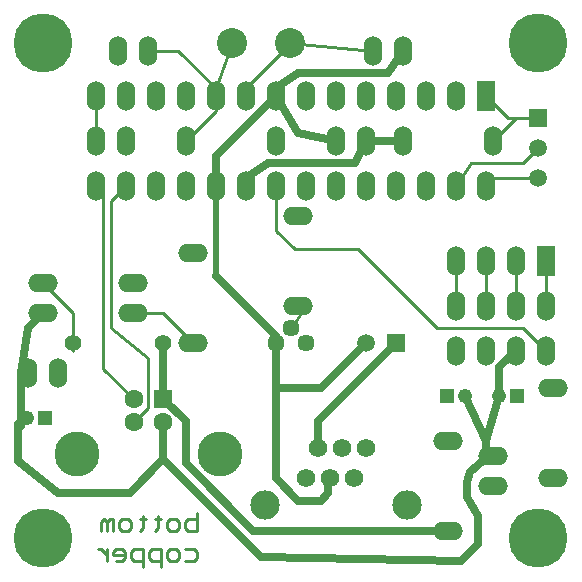
<source format=gbl>
%FSLAX23Y23*%
%MOIN*%
G70*
G01*
G75*
G04 Layer_Physical_Order=2*
G04 Layer_Color=16711680*
%ADD10C,0.025*%
%ADD11C,0.010*%
%ADD12C,0.020*%
%ADD13C,0.006*%
%ADD14C,0.055*%
%ADD15O,0.100X0.060*%
%ADD16O,0.060X0.100*%
%ADD17R,0.060X0.100*%
%ADD18C,0.055*%
%ADD19R,0.049X0.049*%
%ADD20C,0.049*%
%ADD21C,0.150*%
%ADD22R,0.063X0.063*%
%ADD23C,0.063*%
%ADD24C,0.059*%
%ADD25R,0.059X0.059*%
%ADD26C,0.197*%
%ADD27C,0.197*%
%ADD28C,0.098*%
%ADD29C,0.062*%
%ADD30C,0.057*%
%ADD31C,0.100*%
D10*
X2050Y3500D02*
Y3675D01*
X2525Y3388D02*
Y3400D01*
Y3388D02*
X2850Y3062D01*
X2412Y3275D02*
X2525Y3388D01*
X2175Y3275D02*
X2412D01*
X3537Y3263D02*
X3575Y3200D01*
X3518Y3050D02*
X3575Y3107D01*
X3537Y3312D02*
X3547Y3347D01*
X3537Y3263D02*
Y3312D01*
X3575Y3107D02*
Y3200D01*
X2975Y4475D02*
X3100Y4450D01*
X2875Y4375D02*
X3162D01*
X2800Y4325D02*
X2875Y4375D01*
X2800Y4300D02*
Y4325D01*
X3600Y3450D02*
X3645Y3600D01*
X3530D02*
X3600Y3450D01*
Y3400D02*
Y3450D01*
X3547Y3347D02*
X3600Y3393D01*
X2850Y3062D02*
X3518Y3050D01*
X2524Y3511D02*
X2525Y3400D01*
X3275Y4675D02*
X3325Y4750D01*
X2975Y4675D02*
X3275D01*
X2700Y4300D02*
Y4400D01*
Y4000D02*
X2900Y3800D01*
Y3325D02*
X2975Y3250D01*
X3200Y4450D02*
X3325D01*
X3162Y4375D02*
X3200Y4450D01*
X2524Y3589D02*
X2525Y3750D01*
X2825Y3150D02*
X3475D01*
X2600Y3375D02*
X2825Y3150D01*
X2600Y3375D02*
Y3514D01*
X2524Y3589D02*
X2600Y3514D01*
X2700Y4400D02*
X2900Y4600D01*
Y4625D02*
X2975Y4675D01*
X2900Y4600D02*
X2975Y4475D01*
X2041Y3383D02*
X2175Y3275D01*
X2041Y3383D02*
Y3504D01*
X2050Y3500D01*
Y3675D02*
X2075Y3825D01*
X2125Y3875D01*
X3645Y3600D02*
Y3695D01*
X3700Y3750D01*
X3050Y3625D02*
X3200Y3775D01*
X2975Y3250D02*
X3050D01*
X3075Y3275D01*
X2900Y3625D02*
X3050D01*
X3075Y3275D02*
Y3325D01*
X2900D02*
Y3775D01*
X3040Y3425D02*
Y3515D01*
X3300Y3775D01*
D11*
X3725Y4375D02*
X3775Y4425D01*
X3550Y4375D02*
X3725D01*
X2900Y4150D02*
Y4325D01*
X2963Y4088D02*
X3175D01*
X3438Y3825D02*
X3725D01*
X3175Y4088D02*
X3438Y3825D01*
X2900Y4150D02*
X2963Y4088D01*
X2300Y4450D02*
Y4600D01*
X3800Y3900D02*
Y4050D01*
X3700Y3900D02*
Y4050D01*
X3600Y3900D02*
Y4050D01*
X3500Y3900D02*
Y4050D01*
X3725Y3825D02*
X3800Y3750D01*
X2225Y3775D02*
Y3875D01*
X2946Y4775D02*
X3225Y4750D01*
X2800Y4625D02*
X2850Y4675D01*
X2950Y4775D01*
X2225Y3750D02*
Y3775D01*
X2125Y3975D02*
X2225Y3875D01*
X2475Y4750D02*
X2575D01*
X2700Y4625D01*
X2754Y4775D01*
X2700Y4550D02*
Y4600D01*
X2600Y4450D02*
X2700Y4550D01*
X2325Y3690D02*
X2426Y3589D01*
X2325Y3690D02*
Y4275D01*
X2300Y4300D02*
X2325Y4275D01*
X2426Y3511D02*
X2473Y3558D01*
X2475Y3725D01*
X2350Y3825D02*
X2475Y3725D01*
X2350Y3825D02*
Y4250D01*
X2400Y4300D01*
X3600Y4600D02*
X3675Y4525D01*
X3500Y4300D02*
X3550Y4375D01*
X3625Y4325D02*
X3775D01*
X3600Y4300D02*
X3625Y4325D01*
X2950Y3825D02*
X3000Y3900D01*
X3625Y4450D02*
X3700Y4525D01*
X3675D02*
X3700D01*
X3775D01*
X2525Y3875D02*
X2625Y3775D01*
X2425Y3875D02*
X2525D01*
X2598Y3090D02*
X2628D01*
X2638Y3080D01*
Y3060D01*
X2628Y3050D01*
X2598D01*
X2568D02*
X2548D01*
X2538Y3060D01*
Y3080D01*
X2548Y3090D01*
X2568D01*
X2578Y3080D01*
Y3060D01*
X2568Y3050D01*
X2518Y3030D02*
Y3090D01*
X2488D01*
X2478Y3080D01*
Y3060D01*
X2488Y3050D01*
X2518D01*
X2458Y3030D02*
Y3090D01*
X2428D01*
X2418Y3080D01*
Y3060D01*
X2428Y3050D01*
X2458D01*
X2368D02*
X2388D01*
X2398Y3060D01*
Y3080D01*
X2388Y3090D01*
X2368D01*
X2358Y3080D01*
Y3070D01*
X2398D01*
X2338Y3090D02*
Y3050D01*
Y3070D01*
X2328Y3080D01*
X2318Y3090D01*
X2308D01*
X2638Y3210D02*
Y3150D01*
X2608D01*
X2598Y3160D01*
Y3170D01*
Y3180D01*
X2608Y3190D01*
X2638D01*
X2568Y3150D02*
X2548D01*
X2538Y3160D01*
Y3180D01*
X2548Y3190D01*
X2568D01*
X2578Y3180D01*
Y3160D01*
X2568Y3150D01*
X2508Y3200D02*
Y3190D01*
X2518D01*
X2498D01*
X2508D01*
Y3160D01*
X2498Y3150D01*
X2458Y3200D02*
Y3190D01*
X2468D01*
X2448D01*
X2458D01*
Y3160D01*
X2448Y3150D01*
X2408D02*
X2388D01*
X2378Y3160D01*
Y3180D01*
X2388Y3190D01*
X2408D01*
X2418Y3180D01*
Y3160D01*
X2408Y3150D01*
X2358D02*
Y3190D01*
X2348D01*
X2338Y3180D01*
Y3150D01*
Y3180D01*
X2328Y3190D01*
X2318Y3180D01*
Y3150D01*
D12*
X2700Y4000D02*
Y4325D01*
D15*
X3625Y3400D02*
D03*
Y3300D02*
D03*
X3825Y3325D02*
D03*
Y3625D02*
D03*
X3475Y3150D02*
D03*
Y3450D02*
D03*
X2625Y3775D02*
D03*
Y4075D02*
D03*
X2975Y3900D02*
D03*
Y4200D02*
D03*
X2425Y3875D02*
D03*
Y3975D02*
D03*
X2125D02*
D03*
Y3875D02*
D03*
D16*
X2175Y3675D02*
D03*
X2075D02*
D03*
X3625Y4450D02*
D03*
X3325D02*
D03*
X2900D02*
D03*
X2600D02*
D03*
X3100D02*
D03*
X3200D02*
D03*
X2300D02*
D03*
X2400D02*
D03*
X3225Y4750D02*
D03*
X3325D02*
D03*
X2375D02*
D03*
X2475D02*
D03*
X3700Y3900D02*
D03*
X3800D02*
D03*
X3500D02*
D03*
X3600D02*
D03*
X3700Y4050D02*
D03*
X3600D02*
D03*
X3500D02*
D03*
X3800Y3750D02*
D03*
X3700D02*
D03*
X3600D02*
D03*
X3500D02*
D03*
X2300Y4300D02*
D03*
X2400D02*
D03*
X2500D02*
D03*
X2600D02*
D03*
X2700D02*
D03*
X2800D02*
D03*
X2900D02*
D03*
X3000D02*
D03*
X3100D02*
D03*
X3200D02*
D03*
X3300D02*
D03*
X3400D02*
D03*
X3500D02*
D03*
X3600D02*
D03*
X2300Y4600D02*
D03*
X2400D02*
D03*
X2500D02*
D03*
X2600D02*
D03*
X2700D02*
D03*
X2800D02*
D03*
X2900D02*
D03*
X3000D02*
D03*
X3100D02*
D03*
X3200D02*
D03*
X3300D02*
D03*
X3400D02*
D03*
X3500D02*
D03*
D17*
X3800Y4050D02*
D03*
X3600Y4600D02*
D03*
D18*
X2525Y3775D02*
D03*
X2225D02*
D03*
D19*
X3705Y3600D02*
D03*
X3470D02*
D03*
X2130Y3525D02*
D03*
D20*
X3645Y3600D02*
D03*
X3530D02*
D03*
X2070Y3525D02*
D03*
D21*
X2712Y3404D02*
D03*
X2238D02*
D03*
D22*
X2524Y3589D02*
D03*
D23*
X2426D02*
D03*
X2524Y3511D02*
D03*
X2426D02*
D03*
D24*
X3775Y4325D02*
D03*
Y4425D02*
D03*
X3200Y3775D02*
D03*
D25*
X3775Y4525D02*
D03*
X3300Y3775D02*
D03*
D26*
X2125Y3125D02*
D03*
D27*
X3775D02*
D03*
X2125Y4775D02*
D03*
X3775D02*
D03*
D28*
X3336Y3234D02*
D03*
X2864D02*
D03*
D29*
X3200Y3425D02*
D03*
X3160Y3325D02*
D03*
X3120Y3425D02*
D03*
X3080Y3325D02*
D03*
X3040Y3425D02*
D03*
X3000Y3325D02*
D03*
D30*
Y3775D02*
D03*
X2950Y3825D02*
D03*
X2900Y3775D02*
D03*
D31*
X2754Y4775D02*
D03*
X2946D02*
D03*
M02*

</source>
